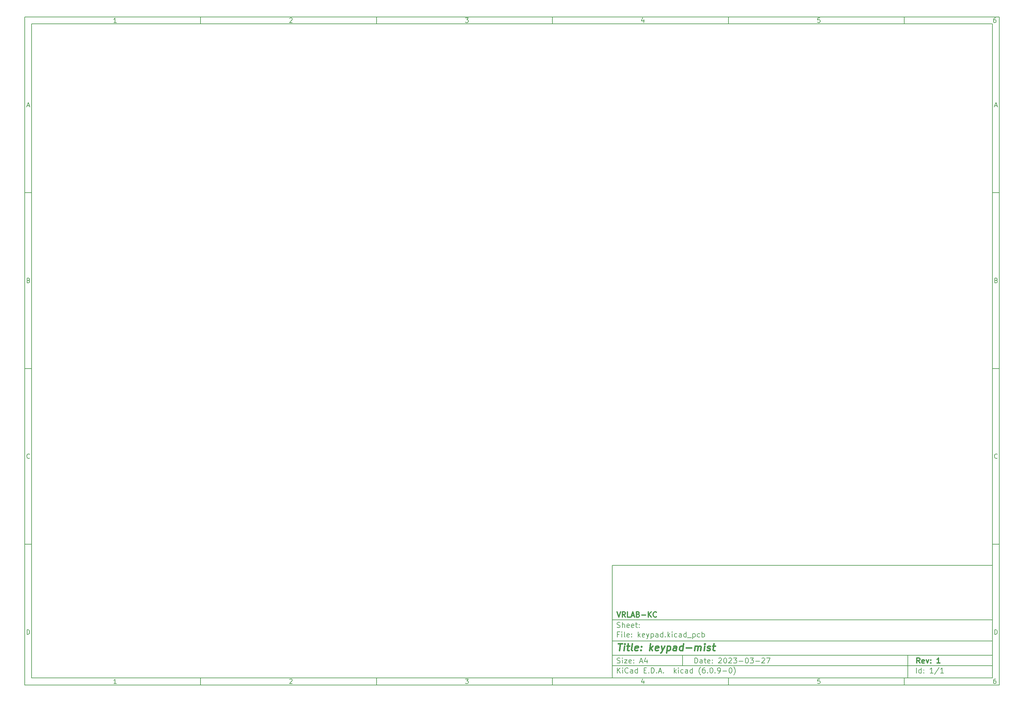
<source format=gbr>
G04 #@! TF.GenerationSoftware,KiCad,Pcbnew,(6.0.9-0)*
G04 #@! TF.CreationDate,2023-03-29T20:51:06+09:00*
G04 #@! TF.ProjectId,keypad,6b657970-6164-42e6-9b69-6361645f7063,1*
G04 #@! TF.SameCoordinates,Original*
G04 #@! TF.FileFunction,Paste,Bot*
G04 #@! TF.FilePolarity,Positive*
%FSLAX46Y46*%
G04 Gerber Fmt 4.6, Leading zero omitted, Abs format (unit mm)*
G04 Created by KiCad (PCBNEW (6.0.9-0)) date 2023-03-29 20:51:06*
%MOMM*%
%LPD*%
G01*
G04 APERTURE LIST*
%ADD10C,0.100000*%
%ADD11C,0.150000*%
%ADD12C,0.300000*%
%ADD13C,0.400000*%
G04 APERTURE END LIST*
D10*
D11*
X177002200Y-166007200D02*
X177002200Y-198007200D01*
X285002200Y-198007200D01*
X285002200Y-166007200D01*
X177002200Y-166007200D01*
D10*
D11*
X10000000Y-10000000D02*
X10000000Y-200007200D01*
X287002200Y-200007200D01*
X287002200Y-10000000D01*
X10000000Y-10000000D01*
D10*
D11*
X12000000Y-12000000D02*
X12000000Y-198007200D01*
X285002200Y-198007200D01*
X285002200Y-12000000D01*
X12000000Y-12000000D01*
D10*
D11*
X60000000Y-12000000D02*
X60000000Y-10000000D01*
D10*
D11*
X110000000Y-12000000D02*
X110000000Y-10000000D01*
D10*
D11*
X160000000Y-12000000D02*
X160000000Y-10000000D01*
D10*
D11*
X210000000Y-12000000D02*
X210000000Y-10000000D01*
D10*
D11*
X260000000Y-12000000D02*
X260000000Y-10000000D01*
D10*
D11*
X36065476Y-11588095D02*
X35322619Y-11588095D01*
X35694047Y-11588095D02*
X35694047Y-10288095D01*
X35570238Y-10473809D01*
X35446428Y-10597619D01*
X35322619Y-10659523D01*
D10*
D11*
X85322619Y-10411904D02*
X85384523Y-10350000D01*
X85508333Y-10288095D01*
X85817857Y-10288095D01*
X85941666Y-10350000D01*
X86003571Y-10411904D01*
X86065476Y-10535714D01*
X86065476Y-10659523D01*
X86003571Y-10845238D01*
X85260714Y-11588095D01*
X86065476Y-11588095D01*
D10*
D11*
X135260714Y-10288095D02*
X136065476Y-10288095D01*
X135632142Y-10783333D01*
X135817857Y-10783333D01*
X135941666Y-10845238D01*
X136003571Y-10907142D01*
X136065476Y-11030952D01*
X136065476Y-11340476D01*
X136003571Y-11464285D01*
X135941666Y-11526190D01*
X135817857Y-11588095D01*
X135446428Y-11588095D01*
X135322619Y-11526190D01*
X135260714Y-11464285D01*
D10*
D11*
X185941666Y-10721428D02*
X185941666Y-11588095D01*
X185632142Y-10226190D02*
X185322619Y-11154761D01*
X186127380Y-11154761D01*
D10*
D11*
X236003571Y-10288095D02*
X235384523Y-10288095D01*
X235322619Y-10907142D01*
X235384523Y-10845238D01*
X235508333Y-10783333D01*
X235817857Y-10783333D01*
X235941666Y-10845238D01*
X236003571Y-10907142D01*
X236065476Y-11030952D01*
X236065476Y-11340476D01*
X236003571Y-11464285D01*
X235941666Y-11526190D01*
X235817857Y-11588095D01*
X235508333Y-11588095D01*
X235384523Y-11526190D01*
X235322619Y-11464285D01*
D10*
D11*
X285941666Y-10288095D02*
X285694047Y-10288095D01*
X285570238Y-10350000D01*
X285508333Y-10411904D01*
X285384523Y-10597619D01*
X285322619Y-10845238D01*
X285322619Y-11340476D01*
X285384523Y-11464285D01*
X285446428Y-11526190D01*
X285570238Y-11588095D01*
X285817857Y-11588095D01*
X285941666Y-11526190D01*
X286003571Y-11464285D01*
X286065476Y-11340476D01*
X286065476Y-11030952D01*
X286003571Y-10907142D01*
X285941666Y-10845238D01*
X285817857Y-10783333D01*
X285570238Y-10783333D01*
X285446428Y-10845238D01*
X285384523Y-10907142D01*
X285322619Y-11030952D01*
D10*
D11*
X60000000Y-198007200D02*
X60000000Y-200007200D01*
D10*
D11*
X110000000Y-198007200D02*
X110000000Y-200007200D01*
D10*
D11*
X160000000Y-198007200D02*
X160000000Y-200007200D01*
D10*
D11*
X210000000Y-198007200D02*
X210000000Y-200007200D01*
D10*
D11*
X260000000Y-198007200D02*
X260000000Y-200007200D01*
D10*
D11*
X36065476Y-199595295D02*
X35322619Y-199595295D01*
X35694047Y-199595295D02*
X35694047Y-198295295D01*
X35570238Y-198481009D01*
X35446428Y-198604819D01*
X35322619Y-198666723D01*
D10*
D11*
X85322619Y-198419104D02*
X85384523Y-198357200D01*
X85508333Y-198295295D01*
X85817857Y-198295295D01*
X85941666Y-198357200D01*
X86003571Y-198419104D01*
X86065476Y-198542914D01*
X86065476Y-198666723D01*
X86003571Y-198852438D01*
X85260714Y-199595295D01*
X86065476Y-199595295D01*
D10*
D11*
X135260714Y-198295295D02*
X136065476Y-198295295D01*
X135632142Y-198790533D01*
X135817857Y-198790533D01*
X135941666Y-198852438D01*
X136003571Y-198914342D01*
X136065476Y-199038152D01*
X136065476Y-199347676D01*
X136003571Y-199471485D01*
X135941666Y-199533390D01*
X135817857Y-199595295D01*
X135446428Y-199595295D01*
X135322619Y-199533390D01*
X135260714Y-199471485D01*
D10*
D11*
X185941666Y-198728628D02*
X185941666Y-199595295D01*
X185632142Y-198233390D02*
X185322619Y-199161961D01*
X186127380Y-199161961D01*
D10*
D11*
X236003571Y-198295295D02*
X235384523Y-198295295D01*
X235322619Y-198914342D01*
X235384523Y-198852438D01*
X235508333Y-198790533D01*
X235817857Y-198790533D01*
X235941666Y-198852438D01*
X236003571Y-198914342D01*
X236065476Y-199038152D01*
X236065476Y-199347676D01*
X236003571Y-199471485D01*
X235941666Y-199533390D01*
X235817857Y-199595295D01*
X235508333Y-199595295D01*
X235384523Y-199533390D01*
X235322619Y-199471485D01*
D10*
D11*
X285941666Y-198295295D02*
X285694047Y-198295295D01*
X285570238Y-198357200D01*
X285508333Y-198419104D01*
X285384523Y-198604819D01*
X285322619Y-198852438D01*
X285322619Y-199347676D01*
X285384523Y-199471485D01*
X285446428Y-199533390D01*
X285570238Y-199595295D01*
X285817857Y-199595295D01*
X285941666Y-199533390D01*
X286003571Y-199471485D01*
X286065476Y-199347676D01*
X286065476Y-199038152D01*
X286003571Y-198914342D01*
X285941666Y-198852438D01*
X285817857Y-198790533D01*
X285570238Y-198790533D01*
X285446428Y-198852438D01*
X285384523Y-198914342D01*
X285322619Y-199038152D01*
D10*
D11*
X10000000Y-60000000D02*
X12000000Y-60000000D01*
D10*
D11*
X10000000Y-110000000D02*
X12000000Y-110000000D01*
D10*
D11*
X10000000Y-160000000D02*
X12000000Y-160000000D01*
D10*
D11*
X10690476Y-35216666D02*
X11309523Y-35216666D01*
X10566666Y-35588095D02*
X11000000Y-34288095D01*
X11433333Y-35588095D01*
D10*
D11*
X11092857Y-84907142D02*
X11278571Y-84969047D01*
X11340476Y-85030952D01*
X11402380Y-85154761D01*
X11402380Y-85340476D01*
X11340476Y-85464285D01*
X11278571Y-85526190D01*
X11154761Y-85588095D01*
X10659523Y-85588095D01*
X10659523Y-84288095D01*
X11092857Y-84288095D01*
X11216666Y-84350000D01*
X11278571Y-84411904D01*
X11340476Y-84535714D01*
X11340476Y-84659523D01*
X11278571Y-84783333D01*
X11216666Y-84845238D01*
X11092857Y-84907142D01*
X10659523Y-84907142D01*
D10*
D11*
X11402380Y-135464285D02*
X11340476Y-135526190D01*
X11154761Y-135588095D01*
X11030952Y-135588095D01*
X10845238Y-135526190D01*
X10721428Y-135402380D01*
X10659523Y-135278571D01*
X10597619Y-135030952D01*
X10597619Y-134845238D01*
X10659523Y-134597619D01*
X10721428Y-134473809D01*
X10845238Y-134350000D01*
X11030952Y-134288095D01*
X11154761Y-134288095D01*
X11340476Y-134350000D01*
X11402380Y-134411904D01*
D10*
D11*
X10659523Y-185588095D02*
X10659523Y-184288095D01*
X10969047Y-184288095D01*
X11154761Y-184350000D01*
X11278571Y-184473809D01*
X11340476Y-184597619D01*
X11402380Y-184845238D01*
X11402380Y-185030952D01*
X11340476Y-185278571D01*
X11278571Y-185402380D01*
X11154761Y-185526190D01*
X10969047Y-185588095D01*
X10659523Y-185588095D01*
D10*
D11*
X287002200Y-60000000D02*
X285002200Y-60000000D01*
D10*
D11*
X287002200Y-110000000D02*
X285002200Y-110000000D01*
D10*
D11*
X287002200Y-160000000D02*
X285002200Y-160000000D01*
D10*
D11*
X285692676Y-35216666D02*
X286311723Y-35216666D01*
X285568866Y-35588095D02*
X286002200Y-34288095D01*
X286435533Y-35588095D01*
D10*
D11*
X286095057Y-84907142D02*
X286280771Y-84969047D01*
X286342676Y-85030952D01*
X286404580Y-85154761D01*
X286404580Y-85340476D01*
X286342676Y-85464285D01*
X286280771Y-85526190D01*
X286156961Y-85588095D01*
X285661723Y-85588095D01*
X285661723Y-84288095D01*
X286095057Y-84288095D01*
X286218866Y-84350000D01*
X286280771Y-84411904D01*
X286342676Y-84535714D01*
X286342676Y-84659523D01*
X286280771Y-84783333D01*
X286218866Y-84845238D01*
X286095057Y-84907142D01*
X285661723Y-84907142D01*
D10*
D11*
X286404580Y-135464285D02*
X286342676Y-135526190D01*
X286156961Y-135588095D01*
X286033152Y-135588095D01*
X285847438Y-135526190D01*
X285723628Y-135402380D01*
X285661723Y-135278571D01*
X285599819Y-135030952D01*
X285599819Y-134845238D01*
X285661723Y-134597619D01*
X285723628Y-134473809D01*
X285847438Y-134350000D01*
X286033152Y-134288095D01*
X286156961Y-134288095D01*
X286342676Y-134350000D01*
X286404580Y-134411904D01*
D10*
D11*
X285661723Y-185588095D02*
X285661723Y-184288095D01*
X285971247Y-184288095D01*
X286156961Y-184350000D01*
X286280771Y-184473809D01*
X286342676Y-184597619D01*
X286404580Y-184845238D01*
X286404580Y-185030952D01*
X286342676Y-185278571D01*
X286280771Y-185402380D01*
X286156961Y-185526190D01*
X285971247Y-185588095D01*
X285661723Y-185588095D01*
D10*
D11*
X200434342Y-193785771D02*
X200434342Y-192285771D01*
X200791485Y-192285771D01*
X201005771Y-192357200D01*
X201148628Y-192500057D01*
X201220057Y-192642914D01*
X201291485Y-192928628D01*
X201291485Y-193142914D01*
X201220057Y-193428628D01*
X201148628Y-193571485D01*
X201005771Y-193714342D01*
X200791485Y-193785771D01*
X200434342Y-193785771D01*
X202577200Y-193785771D02*
X202577200Y-193000057D01*
X202505771Y-192857200D01*
X202362914Y-192785771D01*
X202077200Y-192785771D01*
X201934342Y-192857200D01*
X202577200Y-193714342D02*
X202434342Y-193785771D01*
X202077200Y-193785771D01*
X201934342Y-193714342D01*
X201862914Y-193571485D01*
X201862914Y-193428628D01*
X201934342Y-193285771D01*
X202077200Y-193214342D01*
X202434342Y-193214342D01*
X202577200Y-193142914D01*
X203077200Y-192785771D02*
X203648628Y-192785771D01*
X203291485Y-192285771D02*
X203291485Y-193571485D01*
X203362914Y-193714342D01*
X203505771Y-193785771D01*
X203648628Y-193785771D01*
X204720057Y-193714342D02*
X204577200Y-193785771D01*
X204291485Y-193785771D01*
X204148628Y-193714342D01*
X204077200Y-193571485D01*
X204077200Y-193000057D01*
X204148628Y-192857200D01*
X204291485Y-192785771D01*
X204577200Y-192785771D01*
X204720057Y-192857200D01*
X204791485Y-193000057D01*
X204791485Y-193142914D01*
X204077200Y-193285771D01*
X205434342Y-193642914D02*
X205505771Y-193714342D01*
X205434342Y-193785771D01*
X205362914Y-193714342D01*
X205434342Y-193642914D01*
X205434342Y-193785771D01*
X205434342Y-192857200D02*
X205505771Y-192928628D01*
X205434342Y-193000057D01*
X205362914Y-192928628D01*
X205434342Y-192857200D01*
X205434342Y-193000057D01*
X207220057Y-192428628D02*
X207291485Y-192357200D01*
X207434342Y-192285771D01*
X207791485Y-192285771D01*
X207934342Y-192357200D01*
X208005771Y-192428628D01*
X208077200Y-192571485D01*
X208077200Y-192714342D01*
X208005771Y-192928628D01*
X207148628Y-193785771D01*
X208077200Y-193785771D01*
X209005771Y-192285771D02*
X209148628Y-192285771D01*
X209291485Y-192357200D01*
X209362914Y-192428628D01*
X209434342Y-192571485D01*
X209505771Y-192857200D01*
X209505771Y-193214342D01*
X209434342Y-193500057D01*
X209362914Y-193642914D01*
X209291485Y-193714342D01*
X209148628Y-193785771D01*
X209005771Y-193785771D01*
X208862914Y-193714342D01*
X208791485Y-193642914D01*
X208720057Y-193500057D01*
X208648628Y-193214342D01*
X208648628Y-192857200D01*
X208720057Y-192571485D01*
X208791485Y-192428628D01*
X208862914Y-192357200D01*
X209005771Y-192285771D01*
X210077200Y-192428628D02*
X210148628Y-192357200D01*
X210291485Y-192285771D01*
X210648628Y-192285771D01*
X210791485Y-192357200D01*
X210862914Y-192428628D01*
X210934342Y-192571485D01*
X210934342Y-192714342D01*
X210862914Y-192928628D01*
X210005771Y-193785771D01*
X210934342Y-193785771D01*
X211434342Y-192285771D02*
X212362914Y-192285771D01*
X211862914Y-192857200D01*
X212077200Y-192857200D01*
X212220057Y-192928628D01*
X212291485Y-193000057D01*
X212362914Y-193142914D01*
X212362914Y-193500057D01*
X212291485Y-193642914D01*
X212220057Y-193714342D01*
X212077200Y-193785771D01*
X211648628Y-193785771D01*
X211505771Y-193714342D01*
X211434342Y-193642914D01*
X213005771Y-193214342D02*
X214148628Y-193214342D01*
X215148628Y-192285771D02*
X215291485Y-192285771D01*
X215434342Y-192357200D01*
X215505771Y-192428628D01*
X215577200Y-192571485D01*
X215648628Y-192857200D01*
X215648628Y-193214342D01*
X215577200Y-193500057D01*
X215505771Y-193642914D01*
X215434342Y-193714342D01*
X215291485Y-193785771D01*
X215148628Y-193785771D01*
X215005771Y-193714342D01*
X214934342Y-193642914D01*
X214862914Y-193500057D01*
X214791485Y-193214342D01*
X214791485Y-192857200D01*
X214862914Y-192571485D01*
X214934342Y-192428628D01*
X215005771Y-192357200D01*
X215148628Y-192285771D01*
X216148628Y-192285771D02*
X217077200Y-192285771D01*
X216577200Y-192857200D01*
X216791485Y-192857200D01*
X216934342Y-192928628D01*
X217005771Y-193000057D01*
X217077200Y-193142914D01*
X217077200Y-193500057D01*
X217005771Y-193642914D01*
X216934342Y-193714342D01*
X216791485Y-193785771D01*
X216362914Y-193785771D01*
X216220057Y-193714342D01*
X216148628Y-193642914D01*
X217720057Y-193214342D02*
X218862914Y-193214342D01*
X219505771Y-192428628D02*
X219577200Y-192357200D01*
X219720057Y-192285771D01*
X220077200Y-192285771D01*
X220220057Y-192357200D01*
X220291485Y-192428628D01*
X220362914Y-192571485D01*
X220362914Y-192714342D01*
X220291485Y-192928628D01*
X219434342Y-193785771D01*
X220362914Y-193785771D01*
X220862914Y-192285771D02*
X221862914Y-192285771D01*
X221220057Y-193785771D01*
D10*
D11*
X177002200Y-194507200D02*
X285002200Y-194507200D01*
D10*
D11*
X178434342Y-196585771D02*
X178434342Y-195085771D01*
X179291485Y-196585771D02*
X178648628Y-195728628D01*
X179291485Y-195085771D02*
X178434342Y-195942914D01*
X179934342Y-196585771D02*
X179934342Y-195585771D01*
X179934342Y-195085771D02*
X179862914Y-195157200D01*
X179934342Y-195228628D01*
X180005771Y-195157200D01*
X179934342Y-195085771D01*
X179934342Y-195228628D01*
X181505771Y-196442914D02*
X181434342Y-196514342D01*
X181220057Y-196585771D01*
X181077200Y-196585771D01*
X180862914Y-196514342D01*
X180720057Y-196371485D01*
X180648628Y-196228628D01*
X180577200Y-195942914D01*
X180577200Y-195728628D01*
X180648628Y-195442914D01*
X180720057Y-195300057D01*
X180862914Y-195157200D01*
X181077200Y-195085771D01*
X181220057Y-195085771D01*
X181434342Y-195157200D01*
X181505771Y-195228628D01*
X182791485Y-196585771D02*
X182791485Y-195800057D01*
X182720057Y-195657200D01*
X182577200Y-195585771D01*
X182291485Y-195585771D01*
X182148628Y-195657200D01*
X182791485Y-196514342D02*
X182648628Y-196585771D01*
X182291485Y-196585771D01*
X182148628Y-196514342D01*
X182077200Y-196371485D01*
X182077200Y-196228628D01*
X182148628Y-196085771D01*
X182291485Y-196014342D01*
X182648628Y-196014342D01*
X182791485Y-195942914D01*
X184148628Y-196585771D02*
X184148628Y-195085771D01*
X184148628Y-196514342D02*
X184005771Y-196585771D01*
X183720057Y-196585771D01*
X183577200Y-196514342D01*
X183505771Y-196442914D01*
X183434342Y-196300057D01*
X183434342Y-195871485D01*
X183505771Y-195728628D01*
X183577200Y-195657200D01*
X183720057Y-195585771D01*
X184005771Y-195585771D01*
X184148628Y-195657200D01*
X186005771Y-195800057D02*
X186505771Y-195800057D01*
X186720057Y-196585771D02*
X186005771Y-196585771D01*
X186005771Y-195085771D01*
X186720057Y-195085771D01*
X187362914Y-196442914D02*
X187434342Y-196514342D01*
X187362914Y-196585771D01*
X187291485Y-196514342D01*
X187362914Y-196442914D01*
X187362914Y-196585771D01*
X188077200Y-196585771D02*
X188077200Y-195085771D01*
X188434342Y-195085771D01*
X188648628Y-195157200D01*
X188791485Y-195300057D01*
X188862914Y-195442914D01*
X188934342Y-195728628D01*
X188934342Y-195942914D01*
X188862914Y-196228628D01*
X188791485Y-196371485D01*
X188648628Y-196514342D01*
X188434342Y-196585771D01*
X188077200Y-196585771D01*
X189577200Y-196442914D02*
X189648628Y-196514342D01*
X189577200Y-196585771D01*
X189505771Y-196514342D01*
X189577200Y-196442914D01*
X189577200Y-196585771D01*
X190220057Y-196157200D02*
X190934342Y-196157200D01*
X190077200Y-196585771D02*
X190577200Y-195085771D01*
X191077200Y-196585771D01*
X191577200Y-196442914D02*
X191648628Y-196514342D01*
X191577200Y-196585771D01*
X191505771Y-196514342D01*
X191577200Y-196442914D01*
X191577200Y-196585771D01*
X194577200Y-196585771D02*
X194577200Y-195085771D01*
X194720057Y-196014342D02*
X195148628Y-196585771D01*
X195148628Y-195585771D02*
X194577200Y-196157200D01*
X195791485Y-196585771D02*
X195791485Y-195585771D01*
X195791485Y-195085771D02*
X195720057Y-195157200D01*
X195791485Y-195228628D01*
X195862914Y-195157200D01*
X195791485Y-195085771D01*
X195791485Y-195228628D01*
X197148628Y-196514342D02*
X197005771Y-196585771D01*
X196720057Y-196585771D01*
X196577200Y-196514342D01*
X196505771Y-196442914D01*
X196434342Y-196300057D01*
X196434342Y-195871485D01*
X196505771Y-195728628D01*
X196577200Y-195657200D01*
X196720057Y-195585771D01*
X197005771Y-195585771D01*
X197148628Y-195657200D01*
X198434342Y-196585771D02*
X198434342Y-195800057D01*
X198362914Y-195657200D01*
X198220057Y-195585771D01*
X197934342Y-195585771D01*
X197791485Y-195657200D01*
X198434342Y-196514342D02*
X198291485Y-196585771D01*
X197934342Y-196585771D01*
X197791485Y-196514342D01*
X197720057Y-196371485D01*
X197720057Y-196228628D01*
X197791485Y-196085771D01*
X197934342Y-196014342D01*
X198291485Y-196014342D01*
X198434342Y-195942914D01*
X199791485Y-196585771D02*
X199791485Y-195085771D01*
X199791485Y-196514342D02*
X199648628Y-196585771D01*
X199362914Y-196585771D01*
X199220057Y-196514342D01*
X199148628Y-196442914D01*
X199077200Y-196300057D01*
X199077200Y-195871485D01*
X199148628Y-195728628D01*
X199220057Y-195657200D01*
X199362914Y-195585771D01*
X199648628Y-195585771D01*
X199791485Y-195657200D01*
X202077200Y-197157200D02*
X202005771Y-197085771D01*
X201862914Y-196871485D01*
X201791485Y-196728628D01*
X201720057Y-196514342D01*
X201648628Y-196157200D01*
X201648628Y-195871485D01*
X201720057Y-195514342D01*
X201791485Y-195300057D01*
X201862914Y-195157200D01*
X202005771Y-194942914D01*
X202077200Y-194871485D01*
X203291485Y-195085771D02*
X203005771Y-195085771D01*
X202862914Y-195157200D01*
X202791485Y-195228628D01*
X202648628Y-195442914D01*
X202577200Y-195728628D01*
X202577200Y-196300057D01*
X202648628Y-196442914D01*
X202720057Y-196514342D01*
X202862914Y-196585771D01*
X203148628Y-196585771D01*
X203291485Y-196514342D01*
X203362914Y-196442914D01*
X203434342Y-196300057D01*
X203434342Y-195942914D01*
X203362914Y-195800057D01*
X203291485Y-195728628D01*
X203148628Y-195657200D01*
X202862914Y-195657200D01*
X202720057Y-195728628D01*
X202648628Y-195800057D01*
X202577200Y-195942914D01*
X204077200Y-196442914D02*
X204148628Y-196514342D01*
X204077200Y-196585771D01*
X204005771Y-196514342D01*
X204077200Y-196442914D01*
X204077200Y-196585771D01*
X205077200Y-195085771D02*
X205220057Y-195085771D01*
X205362914Y-195157200D01*
X205434342Y-195228628D01*
X205505771Y-195371485D01*
X205577200Y-195657200D01*
X205577200Y-196014342D01*
X205505771Y-196300057D01*
X205434342Y-196442914D01*
X205362914Y-196514342D01*
X205220057Y-196585771D01*
X205077200Y-196585771D01*
X204934342Y-196514342D01*
X204862914Y-196442914D01*
X204791485Y-196300057D01*
X204720057Y-196014342D01*
X204720057Y-195657200D01*
X204791485Y-195371485D01*
X204862914Y-195228628D01*
X204934342Y-195157200D01*
X205077200Y-195085771D01*
X206220057Y-196442914D02*
X206291485Y-196514342D01*
X206220057Y-196585771D01*
X206148628Y-196514342D01*
X206220057Y-196442914D01*
X206220057Y-196585771D01*
X207005771Y-196585771D02*
X207291485Y-196585771D01*
X207434342Y-196514342D01*
X207505771Y-196442914D01*
X207648628Y-196228628D01*
X207720057Y-195942914D01*
X207720057Y-195371485D01*
X207648628Y-195228628D01*
X207577200Y-195157200D01*
X207434342Y-195085771D01*
X207148628Y-195085771D01*
X207005771Y-195157200D01*
X206934342Y-195228628D01*
X206862914Y-195371485D01*
X206862914Y-195728628D01*
X206934342Y-195871485D01*
X207005771Y-195942914D01*
X207148628Y-196014342D01*
X207434342Y-196014342D01*
X207577200Y-195942914D01*
X207648628Y-195871485D01*
X207720057Y-195728628D01*
X208362914Y-196014342D02*
X209505771Y-196014342D01*
X210505771Y-195085771D02*
X210648628Y-195085771D01*
X210791485Y-195157200D01*
X210862914Y-195228628D01*
X210934342Y-195371485D01*
X211005771Y-195657200D01*
X211005771Y-196014342D01*
X210934342Y-196300057D01*
X210862914Y-196442914D01*
X210791485Y-196514342D01*
X210648628Y-196585771D01*
X210505771Y-196585771D01*
X210362914Y-196514342D01*
X210291485Y-196442914D01*
X210220057Y-196300057D01*
X210148628Y-196014342D01*
X210148628Y-195657200D01*
X210220057Y-195371485D01*
X210291485Y-195228628D01*
X210362914Y-195157200D01*
X210505771Y-195085771D01*
X211505771Y-197157200D02*
X211577200Y-197085771D01*
X211720057Y-196871485D01*
X211791485Y-196728628D01*
X211862914Y-196514342D01*
X211934342Y-196157200D01*
X211934342Y-195871485D01*
X211862914Y-195514342D01*
X211791485Y-195300057D01*
X211720057Y-195157200D01*
X211577200Y-194942914D01*
X211505771Y-194871485D01*
D10*
D11*
X177002200Y-191507200D02*
X285002200Y-191507200D01*
D10*
D12*
X264411485Y-193785771D02*
X263911485Y-193071485D01*
X263554342Y-193785771D02*
X263554342Y-192285771D01*
X264125771Y-192285771D01*
X264268628Y-192357200D01*
X264340057Y-192428628D01*
X264411485Y-192571485D01*
X264411485Y-192785771D01*
X264340057Y-192928628D01*
X264268628Y-193000057D01*
X264125771Y-193071485D01*
X263554342Y-193071485D01*
X265625771Y-193714342D02*
X265482914Y-193785771D01*
X265197200Y-193785771D01*
X265054342Y-193714342D01*
X264982914Y-193571485D01*
X264982914Y-193000057D01*
X265054342Y-192857200D01*
X265197200Y-192785771D01*
X265482914Y-192785771D01*
X265625771Y-192857200D01*
X265697200Y-193000057D01*
X265697200Y-193142914D01*
X264982914Y-193285771D01*
X266197200Y-192785771D02*
X266554342Y-193785771D01*
X266911485Y-192785771D01*
X267482914Y-193642914D02*
X267554342Y-193714342D01*
X267482914Y-193785771D01*
X267411485Y-193714342D01*
X267482914Y-193642914D01*
X267482914Y-193785771D01*
X267482914Y-192857200D02*
X267554342Y-192928628D01*
X267482914Y-193000057D01*
X267411485Y-192928628D01*
X267482914Y-192857200D01*
X267482914Y-193000057D01*
X270125771Y-193785771D02*
X269268628Y-193785771D01*
X269697200Y-193785771D02*
X269697200Y-192285771D01*
X269554342Y-192500057D01*
X269411485Y-192642914D01*
X269268628Y-192714342D01*
D10*
D11*
X178362914Y-193714342D02*
X178577200Y-193785771D01*
X178934342Y-193785771D01*
X179077200Y-193714342D01*
X179148628Y-193642914D01*
X179220057Y-193500057D01*
X179220057Y-193357200D01*
X179148628Y-193214342D01*
X179077200Y-193142914D01*
X178934342Y-193071485D01*
X178648628Y-193000057D01*
X178505771Y-192928628D01*
X178434342Y-192857200D01*
X178362914Y-192714342D01*
X178362914Y-192571485D01*
X178434342Y-192428628D01*
X178505771Y-192357200D01*
X178648628Y-192285771D01*
X179005771Y-192285771D01*
X179220057Y-192357200D01*
X179862914Y-193785771D02*
X179862914Y-192785771D01*
X179862914Y-192285771D02*
X179791485Y-192357200D01*
X179862914Y-192428628D01*
X179934342Y-192357200D01*
X179862914Y-192285771D01*
X179862914Y-192428628D01*
X180434342Y-192785771D02*
X181220057Y-192785771D01*
X180434342Y-193785771D01*
X181220057Y-193785771D01*
X182362914Y-193714342D02*
X182220057Y-193785771D01*
X181934342Y-193785771D01*
X181791485Y-193714342D01*
X181720057Y-193571485D01*
X181720057Y-193000057D01*
X181791485Y-192857200D01*
X181934342Y-192785771D01*
X182220057Y-192785771D01*
X182362914Y-192857200D01*
X182434342Y-193000057D01*
X182434342Y-193142914D01*
X181720057Y-193285771D01*
X183077200Y-193642914D02*
X183148628Y-193714342D01*
X183077200Y-193785771D01*
X183005771Y-193714342D01*
X183077200Y-193642914D01*
X183077200Y-193785771D01*
X183077200Y-192857200D02*
X183148628Y-192928628D01*
X183077200Y-193000057D01*
X183005771Y-192928628D01*
X183077200Y-192857200D01*
X183077200Y-193000057D01*
X184862914Y-193357200D02*
X185577200Y-193357200D01*
X184720057Y-193785771D02*
X185220057Y-192285771D01*
X185720057Y-193785771D01*
X186862914Y-192785771D02*
X186862914Y-193785771D01*
X186505771Y-192214342D02*
X186148628Y-193285771D01*
X187077200Y-193285771D01*
D10*
D11*
X263434342Y-196585771D02*
X263434342Y-195085771D01*
X264791485Y-196585771D02*
X264791485Y-195085771D01*
X264791485Y-196514342D02*
X264648628Y-196585771D01*
X264362914Y-196585771D01*
X264220057Y-196514342D01*
X264148628Y-196442914D01*
X264077200Y-196300057D01*
X264077200Y-195871485D01*
X264148628Y-195728628D01*
X264220057Y-195657200D01*
X264362914Y-195585771D01*
X264648628Y-195585771D01*
X264791485Y-195657200D01*
X265505771Y-196442914D02*
X265577200Y-196514342D01*
X265505771Y-196585771D01*
X265434342Y-196514342D01*
X265505771Y-196442914D01*
X265505771Y-196585771D01*
X265505771Y-195657200D02*
X265577200Y-195728628D01*
X265505771Y-195800057D01*
X265434342Y-195728628D01*
X265505771Y-195657200D01*
X265505771Y-195800057D01*
X268148628Y-196585771D02*
X267291485Y-196585771D01*
X267720057Y-196585771D02*
X267720057Y-195085771D01*
X267577200Y-195300057D01*
X267434342Y-195442914D01*
X267291485Y-195514342D01*
X269862914Y-195014342D02*
X268577200Y-196942914D01*
X271148628Y-196585771D02*
X270291485Y-196585771D01*
X270720057Y-196585771D02*
X270720057Y-195085771D01*
X270577200Y-195300057D01*
X270434342Y-195442914D01*
X270291485Y-195514342D01*
D10*
D11*
X177002200Y-187507200D02*
X285002200Y-187507200D01*
D10*
D13*
X178714580Y-188211961D02*
X179857438Y-188211961D01*
X179036009Y-190211961D02*
X179286009Y-188211961D01*
X180274104Y-190211961D02*
X180440771Y-188878628D01*
X180524104Y-188211961D02*
X180416961Y-188307200D01*
X180500295Y-188402438D01*
X180607438Y-188307200D01*
X180524104Y-188211961D01*
X180500295Y-188402438D01*
X181107438Y-188878628D02*
X181869342Y-188878628D01*
X181476485Y-188211961D02*
X181262200Y-189926247D01*
X181333628Y-190116723D01*
X181512200Y-190211961D01*
X181702676Y-190211961D01*
X182655057Y-190211961D02*
X182476485Y-190116723D01*
X182405057Y-189926247D01*
X182619342Y-188211961D01*
X184190771Y-190116723D02*
X183988390Y-190211961D01*
X183607438Y-190211961D01*
X183428866Y-190116723D01*
X183357438Y-189926247D01*
X183452676Y-189164342D01*
X183571723Y-188973866D01*
X183774104Y-188878628D01*
X184155057Y-188878628D01*
X184333628Y-188973866D01*
X184405057Y-189164342D01*
X184381247Y-189354819D01*
X183405057Y-189545295D01*
X185155057Y-190021485D02*
X185238390Y-190116723D01*
X185131247Y-190211961D01*
X185047914Y-190116723D01*
X185155057Y-190021485D01*
X185131247Y-190211961D01*
X185286009Y-188973866D02*
X185369342Y-189069104D01*
X185262200Y-189164342D01*
X185178866Y-189069104D01*
X185286009Y-188973866D01*
X185262200Y-189164342D01*
X187607438Y-190211961D02*
X187857438Y-188211961D01*
X187893152Y-189450057D02*
X188369342Y-190211961D01*
X188536009Y-188878628D02*
X187678866Y-189640533D01*
X190000295Y-190116723D02*
X189797914Y-190211961D01*
X189416961Y-190211961D01*
X189238390Y-190116723D01*
X189166961Y-189926247D01*
X189262200Y-189164342D01*
X189381247Y-188973866D01*
X189583628Y-188878628D01*
X189964580Y-188878628D01*
X190143152Y-188973866D01*
X190214580Y-189164342D01*
X190190771Y-189354819D01*
X189214580Y-189545295D01*
X190916961Y-188878628D02*
X191226485Y-190211961D01*
X191869342Y-188878628D02*
X191226485Y-190211961D01*
X190976485Y-190688152D01*
X190869342Y-190783390D01*
X190666961Y-190878628D01*
X192631247Y-188878628D02*
X192381247Y-190878628D01*
X192619342Y-188973866D02*
X192821723Y-188878628D01*
X193202676Y-188878628D01*
X193381247Y-188973866D01*
X193464580Y-189069104D01*
X193536009Y-189259580D01*
X193464580Y-189831009D01*
X193345533Y-190021485D01*
X193238390Y-190116723D01*
X193036009Y-190211961D01*
X192655057Y-190211961D01*
X192476485Y-190116723D01*
X195131247Y-190211961D02*
X195262200Y-189164342D01*
X195190771Y-188973866D01*
X195012200Y-188878628D01*
X194631247Y-188878628D01*
X194428866Y-188973866D01*
X195143152Y-190116723D02*
X194940771Y-190211961D01*
X194464580Y-190211961D01*
X194286009Y-190116723D01*
X194214580Y-189926247D01*
X194238390Y-189735771D01*
X194357438Y-189545295D01*
X194559819Y-189450057D01*
X195036009Y-189450057D01*
X195238390Y-189354819D01*
X196940771Y-190211961D02*
X197190771Y-188211961D01*
X196952676Y-190116723D02*
X196750295Y-190211961D01*
X196369342Y-190211961D01*
X196190771Y-190116723D01*
X196107438Y-190021485D01*
X196036009Y-189831009D01*
X196107438Y-189259580D01*
X196226485Y-189069104D01*
X196333628Y-188973866D01*
X196536009Y-188878628D01*
X196916961Y-188878628D01*
X197095533Y-188973866D01*
X197988390Y-189450057D02*
X199512200Y-189450057D01*
X200369342Y-190211961D02*
X200536009Y-188878628D01*
X200512200Y-189069104D02*
X200619342Y-188973866D01*
X200821723Y-188878628D01*
X201107438Y-188878628D01*
X201286009Y-188973866D01*
X201357438Y-189164342D01*
X201226485Y-190211961D01*
X201357438Y-189164342D02*
X201476485Y-188973866D01*
X201678866Y-188878628D01*
X201964580Y-188878628D01*
X202143152Y-188973866D01*
X202214580Y-189164342D01*
X202083628Y-190211961D01*
X203036009Y-190211961D02*
X203202676Y-188878628D01*
X203286009Y-188211961D02*
X203178866Y-188307200D01*
X203262200Y-188402438D01*
X203369342Y-188307200D01*
X203286009Y-188211961D01*
X203262200Y-188402438D01*
X203905057Y-190116723D02*
X204083628Y-190211961D01*
X204464580Y-190211961D01*
X204666961Y-190116723D01*
X204786009Y-189926247D01*
X204797914Y-189831009D01*
X204726485Y-189640533D01*
X204547914Y-189545295D01*
X204262200Y-189545295D01*
X204083628Y-189450057D01*
X204012200Y-189259580D01*
X204024104Y-189164342D01*
X204143152Y-188973866D01*
X204345533Y-188878628D01*
X204631247Y-188878628D01*
X204809819Y-188973866D01*
X205488390Y-188878628D02*
X206250295Y-188878628D01*
X205857438Y-188211961D02*
X205643152Y-189926247D01*
X205714580Y-190116723D01*
X205893152Y-190211961D01*
X206083628Y-190211961D01*
D10*
D11*
X178934342Y-185600057D02*
X178434342Y-185600057D01*
X178434342Y-186385771D02*
X178434342Y-184885771D01*
X179148628Y-184885771D01*
X179720057Y-186385771D02*
X179720057Y-185385771D01*
X179720057Y-184885771D02*
X179648628Y-184957200D01*
X179720057Y-185028628D01*
X179791485Y-184957200D01*
X179720057Y-184885771D01*
X179720057Y-185028628D01*
X180648628Y-186385771D02*
X180505771Y-186314342D01*
X180434342Y-186171485D01*
X180434342Y-184885771D01*
X181791485Y-186314342D02*
X181648628Y-186385771D01*
X181362914Y-186385771D01*
X181220057Y-186314342D01*
X181148628Y-186171485D01*
X181148628Y-185600057D01*
X181220057Y-185457200D01*
X181362914Y-185385771D01*
X181648628Y-185385771D01*
X181791485Y-185457200D01*
X181862914Y-185600057D01*
X181862914Y-185742914D01*
X181148628Y-185885771D01*
X182505771Y-186242914D02*
X182577200Y-186314342D01*
X182505771Y-186385771D01*
X182434342Y-186314342D01*
X182505771Y-186242914D01*
X182505771Y-186385771D01*
X182505771Y-185457200D02*
X182577200Y-185528628D01*
X182505771Y-185600057D01*
X182434342Y-185528628D01*
X182505771Y-185457200D01*
X182505771Y-185600057D01*
X184362914Y-186385771D02*
X184362914Y-184885771D01*
X184505771Y-185814342D02*
X184934342Y-186385771D01*
X184934342Y-185385771D02*
X184362914Y-185957200D01*
X186148628Y-186314342D02*
X186005771Y-186385771D01*
X185720057Y-186385771D01*
X185577200Y-186314342D01*
X185505771Y-186171485D01*
X185505771Y-185600057D01*
X185577200Y-185457200D01*
X185720057Y-185385771D01*
X186005771Y-185385771D01*
X186148628Y-185457200D01*
X186220057Y-185600057D01*
X186220057Y-185742914D01*
X185505771Y-185885771D01*
X186720057Y-185385771D02*
X187077200Y-186385771D01*
X187434342Y-185385771D02*
X187077200Y-186385771D01*
X186934342Y-186742914D01*
X186862914Y-186814342D01*
X186720057Y-186885771D01*
X188005771Y-185385771D02*
X188005771Y-186885771D01*
X188005771Y-185457200D02*
X188148628Y-185385771D01*
X188434342Y-185385771D01*
X188577200Y-185457200D01*
X188648628Y-185528628D01*
X188720057Y-185671485D01*
X188720057Y-186100057D01*
X188648628Y-186242914D01*
X188577200Y-186314342D01*
X188434342Y-186385771D01*
X188148628Y-186385771D01*
X188005771Y-186314342D01*
X190005771Y-186385771D02*
X190005771Y-185600057D01*
X189934342Y-185457200D01*
X189791485Y-185385771D01*
X189505771Y-185385771D01*
X189362914Y-185457200D01*
X190005771Y-186314342D02*
X189862914Y-186385771D01*
X189505771Y-186385771D01*
X189362914Y-186314342D01*
X189291485Y-186171485D01*
X189291485Y-186028628D01*
X189362914Y-185885771D01*
X189505771Y-185814342D01*
X189862914Y-185814342D01*
X190005771Y-185742914D01*
X191362914Y-186385771D02*
X191362914Y-184885771D01*
X191362914Y-186314342D02*
X191220057Y-186385771D01*
X190934342Y-186385771D01*
X190791485Y-186314342D01*
X190720057Y-186242914D01*
X190648628Y-186100057D01*
X190648628Y-185671485D01*
X190720057Y-185528628D01*
X190791485Y-185457200D01*
X190934342Y-185385771D01*
X191220057Y-185385771D01*
X191362914Y-185457200D01*
X192077200Y-186242914D02*
X192148628Y-186314342D01*
X192077200Y-186385771D01*
X192005771Y-186314342D01*
X192077200Y-186242914D01*
X192077200Y-186385771D01*
X192791485Y-186385771D02*
X192791485Y-184885771D01*
X192934342Y-185814342D02*
X193362914Y-186385771D01*
X193362914Y-185385771D02*
X192791485Y-185957200D01*
X194005771Y-186385771D02*
X194005771Y-185385771D01*
X194005771Y-184885771D02*
X193934342Y-184957200D01*
X194005771Y-185028628D01*
X194077200Y-184957200D01*
X194005771Y-184885771D01*
X194005771Y-185028628D01*
X195362914Y-186314342D02*
X195220057Y-186385771D01*
X194934342Y-186385771D01*
X194791485Y-186314342D01*
X194720057Y-186242914D01*
X194648628Y-186100057D01*
X194648628Y-185671485D01*
X194720057Y-185528628D01*
X194791485Y-185457200D01*
X194934342Y-185385771D01*
X195220057Y-185385771D01*
X195362914Y-185457200D01*
X196648628Y-186385771D02*
X196648628Y-185600057D01*
X196577200Y-185457200D01*
X196434342Y-185385771D01*
X196148628Y-185385771D01*
X196005771Y-185457200D01*
X196648628Y-186314342D02*
X196505771Y-186385771D01*
X196148628Y-186385771D01*
X196005771Y-186314342D01*
X195934342Y-186171485D01*
X195934342Y-186028628D01*
X196005771Y-185885771D01*
X196148628Y-185814342D01*
X196505771Y-185814342D01*
X196648628Y-185742914D01*
X198005771Y-186385771D02*
X198005771Y-184885771D01*
X198005771Y-186314342D02*
X197862914Y-186385771D01*
X197577200Y-186385771D01*
X197434342Y-186314342D01*
X197362914Y-186242914D01*
X197291485Y-186100057D01*
X197291485Y-185671485D01*
X197362914Y-185528628D01*
X197434342Y-185457200D01*
X197577200Y-185385771D01*
X197862914Y-185385771D01*
X198005771Y-185457200D01*
X198362914Y-186528628D02*
X199505771Y-186528628D01*
X199862914Y-185385771D02*
X199862914Y-186885771D01*
X199862914Y-185457200D02*
X200005771Y-185385771D01*
X200291485Y-185385771D01*
X200434342Y-185457200D01*
X200505771Y-185528628D01*
X200577200Y-185671485D01*
X200577200Y-186100057D01*
X200505771Y-186242914D01*
X200434342Y-186314342D01*
X200291485Y-186385771D01*
X200005771Y-186385771D01*
X199862914Y-186314342D01*
X201862914Y-186314342D02*
X201720057Y-186385771D01*
X201434342Y-186385771D01*
X201291485Y-186314342D01*
X201220057Y-186242914D01*
X201148628Y-186100057D01*
X201148628Y-185671485D01*
X201220057Y-185528628D01*
X201291485Y-185457200D01*
X201434342Y-185385771D01*
X201720057Y-185385771D01*
X201862914Y-185457200D01*
X202505771Y-186385771D02*
X202505771Y-184885771D01*
X202505771Y-185457200D02*
X202648628Y-185385771D01*
X202934342Y-185385771D01*
X203077200Y-185457200D01*
X203148628Y-185528628D01*
X203220057Y-185671485D01*
X203220057Y-186100057D01*
X203148628Y-186242914D01*
X203077200Y-186314342D01*
X202934342Y-186385771D01*
X202648628Y-186385771D01*
X202505771Y-186314342D01*
D10*
D11*
X177002200Y-181507200D02*
X285002200Y-181507200D01*
D10*
D11*
X178362914Y-183614342D02*
X178577200Y-183685771D01*
X178934342Y-183685771D01*
X179077200Y-183614342D01*
X179148628Y-183542914D01*
X179220057Y-183400057D01*
X179220057Y-183257200D01*
X179148628Y-183114342D01*
X179077200Y-183042914D01*
X178934342Y-182971485D01*
X178648628Y-182900057D01*
X178505771Y-182828628D01*
X178434342Y-182757200D01*
X178362914Y-182614342D01*
X178362914Y-182471485D01*
X178434342Y-182328628D01*
X178505771Y-182257200D01*
X178648628Y-182185771D01*
X179005771Y-182185771D01*
X179220057Y-182257200D01*
X179862914Y-183685771D02*
X179862914Y-182185771D01*
X180505771Y-183685771D02*
X180505771Y-182900057D01*
X180434342Y-182757200D01*
X180291485Y-182685771D01*
X180077200Y-182685771D01*
X179934342Y-182757200D01*
X179862914Y-182828628D01*
X181791485Y-183614342D02*
X181648628Y-183685771D01*
X181362914Y-183685771D01*
X181220057Y-183614342D01*
X181148628Y-183471485D01*
X181148628Y-182900057D01*
X181220057Y-182757200D01*
X181362914Y-182685771D01*
X181648628Y-182685771D01*
X181791485Y-182757200D01*
X181862914Y-182900057D01*
X181862914Y-183042914D01*
X181148628Y-183185771D01*
X183077200Y-183614342D02*
X182934342Y-183685771D01*
X182648628Y-183685771D01*
X182505771Y-183614342D01*
X182434342Y-183471485D01*
X182434342Y-182900057D01*
X182505771Y-182757200D01*
X182648628Y-182685771D01*
X182934342Y-182685771D01*
X183077200Y-182757200D01*
X183148628Y-182900057D01*
X183148628Y-183042914D01*
X182434342Y-183185771D01*
X183577200Y-182685771D02*
X184148628Y-182685771D01*
X183791485Y-182185771D02*
X183791485Y-183471485D01*
X183862914Y-183614342D01*
X184005771Y-183685771D01*
X184148628Y-183685771D01*
X184648628Y-183542914D02*
X184720057Y-183614342D01*
X184648628Y-183685771D01*
X184577200Y-183614342D01*
X184648628Y-183542914D01*
X184648628Y-183685771D01*
X184648628Y-182757200D02*
X184720057Y-182828628D01*
X184648628Y-182900057D01*
X184577200Y-182828628D01*
X184648628Y-182757200D01*
X184648628Y-182900057D01*
D10*
D12*
X178340057Y-179185771D02*
X178840057Y-180685771D01*
X179340057Y-179185771D01*
X180697200Y-180685771D02*
X180197200Y-179971485D01*
X179840057Y-180685771D02*
X179840057Y-179185771D01*
X180411485Y-179185771D01*
X180554342Y-179257200D01*
X180625771Y-179328628D01*
X180697200Y-179471485D01*
X180697200Y-179685771D01*
X180625771Y-179828628D01*
X180554342Y-179900057D01*
X180411485Y-179971485D01*
X179840057Y-179971485D01*
X182054342Y-180685771D02*
X181340057Y-180685771D01*
X181340057Y-179185771D01*
X182482914Y-180257200D02*
X183197200Y-180257200D01*
X182340057Y-180685771D02*
X182840057Y-179185771D01*
X183340057Y-180685771D01*
X184340057Y-179900057D02*
X184554342Y-179971485D01*
X184625771Y-180042914D01*
X184697200Y-180185771D01*
X184697200Y-180400057D01*
X184625771Y-180542914D01*
X184554342Y-180614342D01*
X184411485Y-180685771D01*
X183840057Y-180685771D01*
X183840057Y-179185771D01*
X184340057Y-179185771D01*
X184482914Y-179257200D01*
X184554342Y-179328628D01*
X184625771Y-179471485D01*
X184625771Y-179614342D01*
X184554342Y-179757200D01*
X184482914Y-179828628D01*
X184340057Y-179900057D01*
X183840057Y-179900057D01*
X185340057Y-180114342D02*
X186482914Y-180114342D01*
X187197200Y-180685771D02*
X187197200Y-179185771D01*
X188054342Y-180685771D02*
X187411485Y-179828628D01*
X188054342Y-179185771D02*
X187197200Y-180042914D01*
X189554342Y-180542914D02*
X189482914Y-180614342D01*
X189268628Y-180685771D01*
X189125771Y-180685771D01*
X188911485Y-180614342D01*
X188768628Y-180471485D01*
X188697200Y-180328628D01*
X188625771Y-180042914D01*
X188625771Y-179828628D01*
X188697200Y-179542914D01*
X188768628Y-179400057D01*
X188911485Y-179257200D01*
X189125771Y-179185771D01*
X189268628Y-179185771D01*
X189482914Y-179257200D01*
X189554342Y-179328628D01*
D10*
D11*
D10*
D11*
D10*
D11*
D10*
D11*
D10*
D11*
X197002200Y-191507200D02*
X197002200Y-194507200D01*
D10*
D11*
X261002200Y-191507200D02*
X261002200Y-198007200D01*
M02*

</source>
